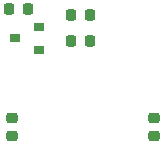
<source format=gtp>
%TF.GenerationSoftware,KiCad,Pcbnew,6.0.0+dfsg1-2*%
%TF.CreationDate,2022-01-11T21:28:19+02:00*%
%TF.ProjectId,borraja,626f7272-616a-4612-9e6b-696361645f70,rev?*%
%TF.SameCoordinates,Original*%
%TF.FileFunction,Paste,Top*%
%TF.FilePolarity,Positive*%
%FSLAX46Y46*%
G04 Gerber Fmt 4.6, Leading zero omitted, Abs format (unit mm)*
G04 Created by KiCad (PCBNEW 6.0.0+dfsg1-2) date 2022-01-11 21:28:19*
%MOMM*%
%LPD*%
G01*
G04 APERTURE LIST*
G04 Aperture macros list*
%AMRoundRect*
0 Rectangle with rounded corners*
0 $1 Rounding radius*
0 $2 $3 $4 $5 $6 $7 $8 $9 X,Y pos of 4 corners*
0 Add a 4 corners polygon primitive as box body*
4,1,4,$2,$3,$4,$5,$6,$7,$8,$9,$2,$3,0*
0 Add four circle primitives for the rounded corners*
1,1,$1+$1,$2,$3*
1,1,$1+$1,$4,$5*
1,1,$1+$1,$6,$7*
1,1,$1+$1,$8,$9*
0 Add four rect primitives between the rounded corners*
20,1,$1+$1,$2,$3,$4,$5,0*
20,1,$1+$1,$4,$5,$6,$7,0*
20,1,$1+$1,$6,$7,$8,$9,0*
20,1,$1+$1,$8,$9,$2,$3,0*%
G04 Aperture macros list end*
%ADD10RoundRect,0.218750X-0.218750X-0.256250X0.218750X-0.256250X0.218750X0.256250X-0.218750X0.256250X0*%
%ADD11RoundRect,0.218750X0.256250X-0.218750X0.256250X0.218750X-0.256250X0.218750X-0.256250X-0.218750X0*%
%ADD12R,0.900000X0.800000*%
G04 APERTURE END LIST*
D10*
%TO.C,R3*%
X144962500Y-94000000D03*
X146537500Y-94000000D03*
%TD*%
D11*
%TO.C,R6*%
X140000000Y-102037500D03*
X140000000Y-100462500D03*
%TD*%
%TO.C,R5*%
X152000000Y-102037500D03*
X152000000Y-100462500D03*
%TD*%
D12*
%TO.C,Q1*%
X142250000Y-94700000D03*
X142250000Y-92800000D03*
X140250000Y-93750000D03*
%TD*%
D10*
%TO.C,R2*%
X144962500Y-91750000D03*
X146537500Y-91750000D03*
%TD*%
%TO.C,R1*%
X139712500Y-91250000D03*
X141287500Y-91250000D03*
%TD*%
M02*

</source>
